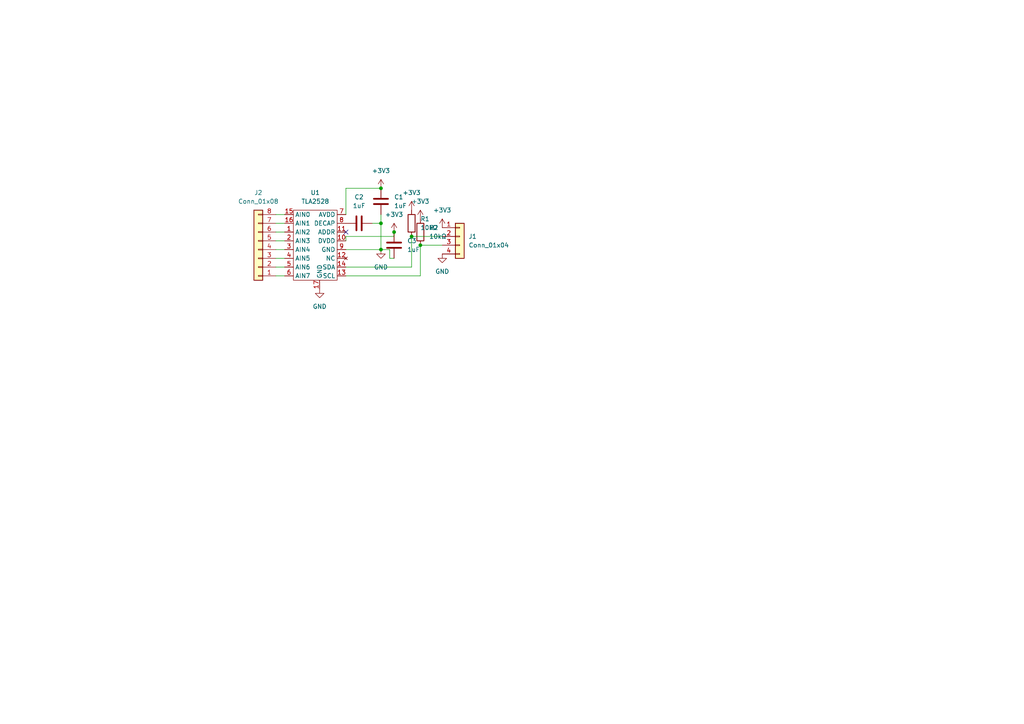
<source format=kicad_sch>
(kicad_sch (version 20211123) (generator eeschema)
  (paper "A4")
  (lib_symbols
    (symbol "01-rickbassham:TLA2528"
      (property "Reference" "U" (at 0 7.62 0))
      (property "Value" "TLA2528" (at 0 5.08 0))
      (symbol "TLA2528_0_1"
        (rectangle (start 0 1.27) (end 12.7 -19.05))
      )
      (symbol "TLA2528_1_1"
        (pin input line (at -2.54 -5.08 0) (length 2.54) (name "AIN2") (number "1"))
        (pin input line (at 15.24 -7.62 180) (length 2.54) (name "DVDD") (number "10"))
        (pin input line (at 15.24 -5.08 180) (length 2.54) (name "ADDR") (number "11"))
        (pin no_connect line (at 15.24 -12.7 180) (length 2.54) (name "NC") (number "12"))
        (pin input line (at 15.24 -17.78 180) (length 2.54) (name "SCL") (number "13"))
        (pin input line (at 15.24 -15.24 180) (length 2.54) (name "SDA") (number "14"))
        (pin input line (at -2.54 0 0) (length 2.54) (name "AIN0") (number "15"))
        (pin input line (at -2.54 -2.54 0) (length 2.54) (name "AIN1") (number "16"))
        (pin input line (at 7.62 -21.59 90) (length 2.54) (name "GND") (number "17"))
        (pin input line (at -2.54 -7.62 0) (length 2.54) (name "AIN3") (number "2"))
        (pin input line (at -2.54 -10.16 0) (length 2.54) (name "AIN4") (number "3"))
        (pin input line (at -2.54 -12.7 0) (length 2.54) (name "AIN5") (number "4"))
        (pin input line (at -2.54 -15.24 0) (length 2.54) (name "AIN6") (number "5"))
        (pin input line (at -2.54 -17.78 0) (length 2.54) (name "AIN7") (number "6"))
        (pin input line (at 15.24 0 180) (length 2.54) (name "AVDD") (number "7"))
        (pin input line (at 15.24 -2.54 180) (length 2.54) (name "DECAP") (number "8"))
        (pin input line (at 15.24 -10.16 180) (length 2.54) (name "GND") (number "9"))
      )
    )
    (symbol "Connector_Generic:Conn_01x04" (pin_names (offset 1.016) hide)
      (property "Reference" "J" (at 0 5.08 0))
      (property "Value" "Conn_01x04" (at 0 -7.62 0))
      (symbol "Conn_01x04_1_1"
        (rectangle (start -1.27 -4.953) (end 0 -5.207) (stroke (width 0.1524)))
        (rectangle (start -1.27 -2.413) (end 0 -2.667) (stroke (width 0.1524)))
        (rectangle (start -1.27 0.127) (end 0 -0.127) (stroke (width 0.1524)))
        (rectangle (start -1.27 2.667) (end 0 2.413) (stroke (width 0.1524)))
        (rectangle (start -1.27 3.81) (end 1.27 -6.35) (stroke (width 0.254)) (fill (type background)))
        (pin passive line (at -5.08 2.54 0) (length 3.81) (name "Pin_1") (number "1"))
        (pin passive line (at -5.08 0 0) (length 3.81) (name "Pin_2") (number "2"))
        (pin passive line (at -5.08 -2.54 0) (length 3.81) (name "Pin_3") (number "3"))
        (pin passive line (at -5.08 -5.08 0) (length 3.81) (name "Pin_4") (number "4"))
      )
    )
    (symbol "Connector_Generic:Conn_01x08" (pin_names (offset 1.016) hide)
      (property "Reference" "J" (at 0 10.16 0))
      (property "Value" "Conn_01x08" (at 0 -12.7 0))
      (symbol "Conn_01x08_1_1"
        (rectangle (start -1.27 -10.033) (end 0 -10.287) (stroke (width 0.1524)))
        (rectangle (start -1.27 -7.493) (end 0 -7.747) (stroke (width 0.1524)))
        (rectangle (start -1.27 -4.953) (end 0 -5.207) (stroke (width 0.1524)))
        (rectangle (start -1.27 -2.413) (end 0 -2.667) (stroke (width 0.1524)))
        (rectangle (start -1.27 0.127) (end 0 -0.127) (stroke (width 0.1524)))
        (rectangle (start -1.27 2.667) (end 0 2.413) (stroke (width 0.1524)))
        (rectangle (start -1.27 5.207) (end 0 4.953) (stroke (width 0.1524)))
        (rectangle (start -1.27 7.747) (end 0 7.493) (stroke (width 0.1524)))
        (rectangle (start -1.27 8.89) (end 1.27 -11.43) (stroke (width 0.254)) (fill (type background)))
        (pin passive line (at -5.08 7.62 0) (length 3.81) (name "Pin_1") (number "1"))
        (pin passive line (at -5.08 5.08 0) (length 3.81) (name "Pin_2") (number "2"))
        (pin passive line (at -5.08 2.54 0) (length 3.81) (name "Pin_3") (number "3"))
        (pin passive line (at -5.08 0 0) (length 3.81) (name "Pin_4") (number "4"))
        (pin passive line (at -5.08 -2.54 0) (length 3.81) (name "Pin_5") (number "5"))
        (pin passive line (at -5.08 -5.08 0) (length 3.81) (name "Pin_6") (number "6"))
        (pin passive line (at -5.08 -7.62 0) (length 3.81) (name "Pin_7") (number "7"))
        (pin passive line (at -5.08 -10.16 0) (length 3.81) (name "Pin_8") (number "8"))
      )
    )
    (symbol "Device:C" (pin_numbers hide) (pin_names (offset 0.254))
      (property "Reference" "C" (at 0.635 2.54 0))
      (property "Value" "C" (at 0.635 -2.54 0))
      (symbol "C_0_1"
        (polyline (pts (xy -2.032 -0.762) (xy 2.032 -0.762)) (stroke (width 0.508)))
        (polyline (pts (xy -2.032 0.762) (xy 2.032 0.762)) (stroke (width 0.508)))
      )
      (symbol "C_1_1"
        (pin passive line (at 0 3.81 270) (length 2.794) (name "~") (number "1"))
        (pin passive line (at 0 -3.81 90) (length 2.794) (name "~") (number "2"))
      )
    )
    (symbol "Device:R" (pin_numbers hide) (pin_names (offset 0))
      (property "Reference" "R" (at 2.032 0 90))
      (property "Value" "R" (at 0 0 90))
      (symbol "R_0_1"
        (rectangle (start -1.016 -2.54) (end 1.016 2.54) (stroke (width 0.254)))
      )
      (symbol "R_1_1"
        (pin passive line (at 0 3.81 270) (length 1.27) (name "~") (number "1"))
        (pin passive line (at 0 -3.81 90) (length 1.27) (name "~") (number "2"))
      )
    )
    (symbol "power:+3.3V" (power) (pin_names (offset 0))
      (property "Value" "+3.3V" (at 0 3.556 0))
      (symbol "+3.3V_0_1"
        (polyline (pts (xy -0.762 1.27) (xy 0 2.54)))
        (polyline (pts (xy 0 0) (xy 0 2.54)))
        (polyline (pts (xy 0 2.54) (xy 0.762 1.27)))
      )
      (symbol "+3.3V_1_1"
        (pin power_in line (at 0 0 90) (length 0) hide (name "+3V3") (number "1"))
      )
    )
    (symbol "power:GND" (power) (pin_names (offset 0))
      (property "Value" "GND" (at 0 -3.81 0))
      (symbol "GND_0_1"
        (polyline (pts (xy 0 0) (xy 0 -1.27) (xy 1.27 -1.27) (xy 0 -2.54) (xy -1.27 -1.27) (xy 0 -1.27)))
      )
      (symbol "GND_1_1"
        (pin power_in line (at 0 0 270) (length 0) hide (name "GND") (number "1"))
      )
    )
  )
  (junction (at 110.49 54.61))
  (junction (at 110.49 72.39))
  (junction (at 119.38 68.58))
  (junction (at 121.92 71.12))
  (junction (at 114.3 67.31))
  (junction (at 110.49 64.77))
  (no_connect (at 100.33 67.31))
  (wire (pts (xy 80.01 74.93) (xy 82.55 74.93)))
  (wire (pts (xy 110.49 62.23) (xy 110.49 64.77)))
  (wire (pts (xy 121.92 71.12) (xy 128.27 71.12)))
  (wire (pts (xy 114.3 68.58) (xy 114.3 67.31)))
  (wire (pts (xy 100.33 68.58) (xy 114.3 68.58)))
  (wire (pts (xy 80.01 62.23) (xy 82.55 62.23)))
  (wire (pts (xy 80.01 72.39) (xy 82.55 72.39)))
  (wire (pts (xy 80.01 80.01) (xy 82.55 80.01)))
  (wire (pts (xy 121.92 80.01) (xy 121.92 71.12)))
  (wire (pts (xy 80.01 77.47) (xy 82.55 77.47)))
  (wire (pts (xy 113.03 74.93) (xy 113.03 72.39)))
  (wire (pts (xy 107.95 64.77) (xy 110.49 64.77)))
  (wire (pts (xy 110.49 64.77) (xy 110.49 72.39)))
  (wire (pts (xy 119.38 77.47) (xy 119.38 68.58)))
  (wire (pts (xy 100.33 72.39) (xy 110.49 72.39)))
  (wire (pts (xy 114.3 74.93) (xy 113.03 74.93)))
  (wire (pts (xy 80.01 67.31) (xy 82.55 67.31)))
  (wire (pts (xy 100.33 54.61) (xy 110.49 54.61)))
  (wire (pts (xy 119.38 68.58) (xy 128.27 68.58)))
  (wire (pts (xy 80.01 64.77) (xy 82.55 64.77)))
  (wire (pts (xy 100.33 80.01) (xy 121.92 80.01)))
  (wire (pts (xy 100.33 62.23) (xy 100.33 54.61)))
  (wire (pts (xy 113.03 72.39) (xy 110.49 72.39)))
  (wire (pts (xy 80.01 69.85) (xy 82.55 69.85)))
  (wire (pts (xy 100.33 77.47) (xy 119.38 77.47)))
  (wire (pts (xy 100.33 68.58) (xy 100.33 69.85)))
  (symbol (lib_id "Device:R") (at 119.38 64.77 0) (unit 1)
    (property "Reference" "R1" (at 121.92 63.4999 0) (effects (justify left)))
    (property "Value" "10kΩ" (at 121.92 66.0399 0) (effects (justify left)))
    (property "Footprint" "Resistor_SMD:R_0402_1005Metric" (effects hide))
    (property "LCSC" "C25744" (effects hide))
    (property "JLCPCB Class" "B" (effects hide))
  )
  (symbol (lib_id "power:+3.3V") (at 121.92 63.5 0) (unit 1)
    (property "Reference" "#PWR0101" (effects hide))
    (property "Value" "+3.3V" (at 121.92 58.42 0))
  )
  (symbol (lib_id "01-rickbassham:TLA2528") (at 85.09 62.23 0) (unit 1)
    (property "Reference" "U1" (at 91.44 55.88 0))
    (property "Value" "TLA2528" (at 91.44 58.42 0))
    (property "Footprint" "Package_DFN_QFN:WQFN-16-1EP_3x3mm_P0.5mm_EP1.6x1.6mm" (effects hide))
  )
  (symbol (lib_id "power:+3.3V") (at 110.49 54.61 0) (unit 1)
    (property "Reference" "#PWR0105" (effects hide))
    (property "Value" "+3.3V" (at 110.49 49.53 0))
  )
  (symbol (lib_id "power:GND") (at 110.49 72.39 0) (unit 1)
    (property "Reference" "#PWR0107" (effects hide))
    (property "Value" "GND" (at 110.49 77.47 0))
  )
  (symbol (lib_id "Device:C") (at 110.49 58.42 0) (unit 1)
    (property "Reference" "C1" (at 114.3 57.1499 0) (effects (justify left)))
    (property "Value" "1uF" (at 114.3 59.6899 0) (effects (justify left)))
    (property "Footprint" "Capacitor_SMD:C_0603_1608Metric" (effects hide))
  )
  (symbol (lib_id "power:GND") (at 92.71 83.82 0) (unit 1)
    (property "Reference" "#PWR0104" (effects hide))
    (property "Value" "GND" (at 92.71 88.9 0))
  )
  (symbol (lib_id "power:+3.3V") (at 119.38 60.96 0) (unit 1)
    (property "Reference" "#PWR0102" (effects hide))
    (property "Value" "+3.3V" (at 119.38 55.88 0))
  )
  (symbol (lib_id "Device:C") (at 104.14 64.77 90) (unit 1)
    (property "Reference" "C2" (at 104.14 57.15 90))
    (property "Value" "1uF" (at 104.14 59.69 90))
    (property "Footprint" "Capacitor_SMD:C_0603_1608Metric" (effects hide))
  )
  (symbol (lib_id "Device:C") (at 114.3 71.12 0) (unit 1)
    (property "Reference" "C3" (at 118.11 69.8499 0) (effects (justify left)))
    (property "Value" "1uF" (at 118.11 72.3899 0) (effects (justify left)))
    (property "Footprint" "Capacitor_SMD:C_0603_1608Metric" (effects hide))
  )
  (symbol (lib_id "power:GND") (at 128.27 73.66 0) (unit 1)
    (property "Reference" "#PWR0108" (effects hide))
    (property "Value" "GND" (at 128.27 78.74 0))
  )
  (symbol (lib_id "power:+3.3V") (at 114.3 67.31 0) (unit 1)
    (property "Reference" "#PWR0106" (effects hide))
    (property "Value" "+3.3V" (at 114.3 62.23 0))
  )
  (symbol (lib_id "Connector_Generic:Conn_01x04") (at 133.35 68.58 0) (unit 1)
    (property "Reference" "J1" (at 135.89 68.5799 0) (effects (justify left)))
    (property "Value" "Conn_01x04" (at 135.89 71.1199 0) (effects (justify left)))
    (property "Footprint" "Connector_PinHeader_2.54mm:PinHeader_1x04_P2.54mm_Vertical" (effects hide))
  )
  (symbol (lib_id "power:+3.3V") (at 128.27 66.04 0) (unit 1)
    (property "Reference" "#PWR0103" (effects hide))
    (property "Value" "+3.3V" (at 128.27 60.96 0))
  )
  (symbol (lib_id "Connector_Generic:Conn_01x08") (at 74.93 72.39 180) (unit 1)
    (property "Reference" "J2" (at 74.93 55.88 0))
    (property "Value" "Conn_01x08" (at 74.93 58.42 0))
    (property "Footprint" "Connector_PinHeader_2.54mm:PinHeader_1x08_P2.54mm_Vertical" (effects hide))
  )
  (symbol (lib_id "Device:R") (at 121.92 67.31 0) (unit 1)
    (property "Reference" "R2" (at 124.46 66.0399 0) (effects (justify left)))
    (property "Value" "10kΩ" (at 124.46 68.5799 0) (effects (justify left)))
    (property "Footprint" "Resistor_SMD:R_0402_1005Metric" (effects hide))
    (property "LCSC" "C25744" (effects hide))
    (property "JLCPCB Class" "B" (effects hide))
  )
)
</source>
